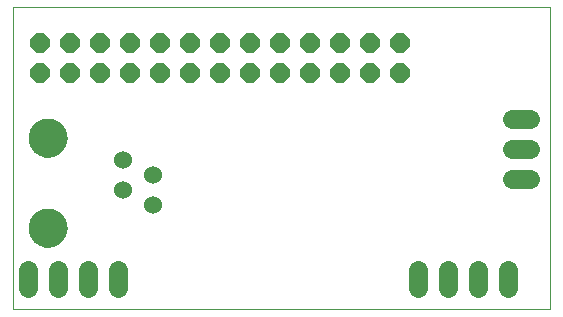
<source format=gbs>
G75*
G70*
%OFA0B0*%
%FSLAX24Y24*%
%IPPOS*%
%LPD*%
%AMOC8*
5,1,8,0,0,1.08239X$1,22.5*
%
%ADD10C,0.0000*%
%ADD11OC8,0.0640*%
%ADD12C,0.0640*%
%ADD13C,0.0600*%
%ADD14C,0.1300*%
D10*
X003055Y000150D02*
X003055Y010226D01*
X020925Y010226D01*
X020925Y000150D01*
X003055Y000150D01*
X003565Y002870D02*
X003567Y002920D01*
X003573Y002970D01*
X003583Y003019D01*
X003597Y003067D01*
X003614Y003114D01*
X003635Y003159D01*
X003660Y003203D01*
X003688Y003244D01*
X003720Y003283D01*
X003754Y003320D01*
X003791Y003354D01*
X003831Y003384D01*
X003873Y003411D01*
X003917Y003435D01*
X003963Y003456D01*
X004010Y003472D01*
X004058Y003485D01*
X004108Y003494D01*
X004157Y003499D01*
X004208Y003500D01*
X004258Y003497D01*
X004307Y003490D01*
X004356Y003479D01*
X004404Y003464D01*
X004450Y003446D01*
X004495Y003424D01*
X004538Y003398D01*
X004579Y003369D01*
X004618Y003337D01*
X004654Y003302D01*
X004686Y003264D01*
X004716Y003224D01*
X004743Y003181D01*
X004766Y003137D01*
X004785Y003091D01*
X004801Y003043D01*
X004813Y002994D01*
X004821Y002945D01*
X004825Y002895D01*
X004825Y002845D01*
X004821Y002795D01*
X004813Y002746D01*
X004801Y002697D01*
X004785Y002649D01*
X004766Y002603D01*
X004743Y002559D01*
X004716Y002516D01*
X004686Y002476D01*
X004654Y002438D01*
X004618Y002403D01*
X004579Y002371D01*
X004538Y002342D01*
X004495Y002316D01*
X004450Y002294D01*
X004404Y002276D01*
X004356Y002261D01*
X004307Y002250D01*
X004258Y002243D01*
X004208Y002240D01*
X004157Y002241D01*
X004108Y002246D01*
X004058Y002255D01*
X004010Y002268D01*
X003963Y002284D01*
X003917Y002305D01*
X003873Y002329D01*
X003831Y002356D01*
X003791Y002386D01*
X003754Y002420D01*
X003720Y002457D01*
X003688Y002496D01*
X003660Y002537D01*
X003635Y002581D01*
X003614Y002626D01*
X003597Y002673D01*
X003583Y002721D01*
X003573Y002770D01*
X003567Y002820D01*
X003565Y002870D01*
X003565Y005870D02*
X003567Y005920D01*
X003573Y005970D01*
X003583Y006019D01*
X003597Y006067D01*
X003614Y006114D01*
X003635Y006159D01*
X003660Y006203D01*
X003688Y006244D01*
X003720Y006283D01*
X003754Y006320D01*
X003791Y006354D01*
X003831Y006384D01*
X003873Y006411D01*
X003917Y006435D01*
X003963Y006456D01*
X004010Y006472D01*
X004058Y006485D01*
X004108Y006494D01*
X004157Y006499D01*
X004208Y006500D01*
X004258Y006497D01*
X004307Y006490D01*
X004356Y006479D01*
X004404Y006464D01*
X004450Y006446D01*
X004495Y006424D01*
X004538Y006398D01*
X004579Y006369D01*
X004618Y006337D01*
X004654Y006302D01*
X004686Y006264D01*
X004716Y006224D01*
X004743Y006181D01*
X004766Y006137D01*
X004785Y006091D01*
X004801Y006043D01*
X004813Y005994D01*
X004821Y005945D01*
X004825Y005895D01*
X004825Y005845D01*
X004821Y005795D01*
X004813Y005746D01*
X004801Y005697D01*
X004785Y005649D01*
X004766Y005603D01*
X004743Y005559D01*
X004716Y005516D01*
X004686Y005476D01*
X004654Y005438D01*
X004618Y005403D01*
X004579Y005371D01*
X004538Y005342D01*
X004495Y005316D01*
X004450Y005294D01*
X004404Y005276D01*
X004356Y005261D01*
X004307Y005250D01*
X004258Y005243D01*
X004208Y005240D01*
X004157Y005241D01*
X004108Y005246D01*
X004058Y005255D01*
X004010Y005268D01*
X003963Y005284D01*
X003917Y005305D01*
X003873Y005329D01*
X003831Y005356D01*
X003791Y005386D01*
X003754Y005420D01*
X003720Y005457D01*
X003688Y005496D01*
X003660Y005537D01*
X003635Y005581D01*
X003614Y005626D01*
X003597Y005673D01*
X003583Y005721D01*
X003573Y005770D01*
X003567Y005820D01*
X003565Y005870D01*
D11*
X003935Y008030D03*
X004935Y008030D03*
X005935Y008030D03*
X006935Y008030D03*
X007935Y008030D03*
X008935Y008030D03*
X009935Y008030D03*
X010935Y008030D03*
X011935Y008030D03*
X012935Y008030D03*
X013935Y008030D03*
X014935Y008030D03*
X015935Y008030D03*
X015935Y009030D03*
X014935Y009030D03*
X013935Y009030D03*
X012935Y009030D03*
X011935Y009030D03*
X010935Y009030D03*
X009935Y009030D03*
X008935Y009030D03*
X007935Y009030D03*
X006935Y009030D03*
X005935Y009030D03*
X004935Y009030D03*
X003935Y009030D03*
D12*
X003555Y001450D02*
X003555Y000850D01*
X004555Y000850D02*
X004555Y001450D01*
X005555Y001450D02*
X005555Y000850D01*
X006555Y000850D02*
X006555Y001450D01*
X016555Y001450D02*
X016555Y000850D01*
X017555Y000850D02*
X017555Y001450D01*
X018555Y001450D02*
X018555Y000850D01*
X019555Y000850D02*
X019555Y001450D01*
X019675Y004490D02*
X020275Y004490D01*
X020275Y005490D02*
X019675Y005490D01*
X019675Y006490D02*
X020275Y006490D01*
D13*
X007695Y004620D03*
X006695Y004120D03*
X007695Y003620D03*
X006695Y005120D03*
D14*
X004195Y005870D03*
X004195Y002870D03*
M02*

</source>
